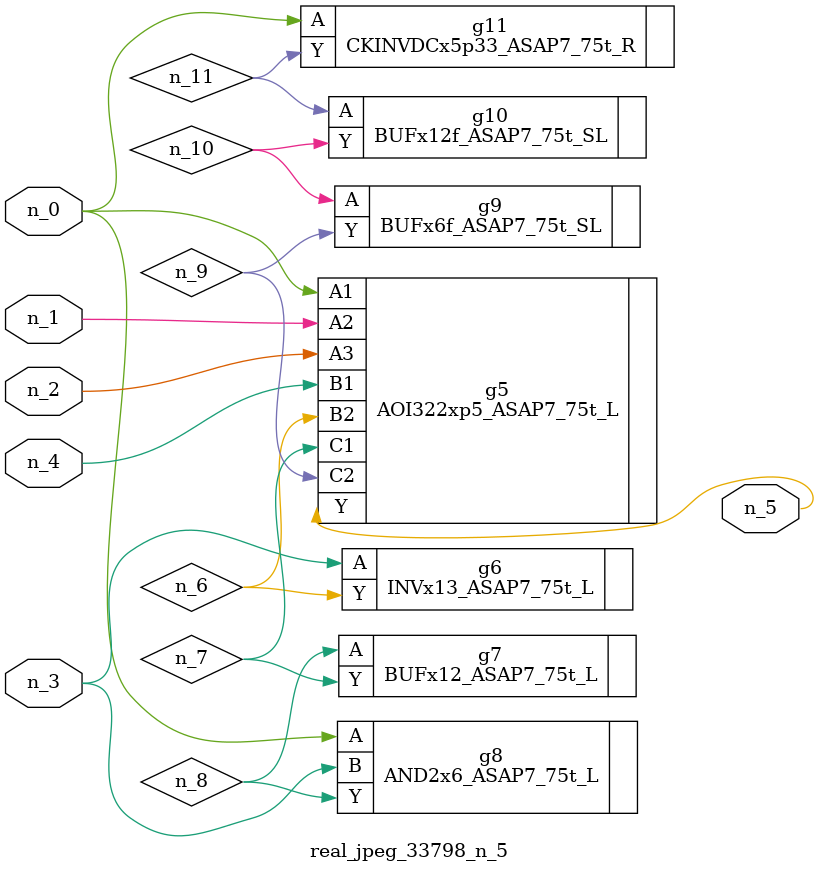
<source format=v>
module real_jpeg_33798_n_5 (n_4, n_0, n_1, n_2, n_3, n_5);

input n_4;
input n_0;
input n_1;
input n_2;
input n_3;

output n_5;

wire n_8;
wire n_11;
wire n_6;
wire n_7;
wire n_10;
wire n_9;

AOI322xp5_ASAP7_75t_L g5 ( 
.A1(n_0),
.A2(n_1),
.A3(n_2),
.B1(n_4),
.B2(n_6),
.C1(n_7),
.C2(n_9),
.Y(n_5)
);

AND2x6_ASAP7_75t_L g8 ( 
.A(n_0),
.B(n_3),
.Y(n_8)
);

CKINVDCx5p33_ASAP7_75t_R g11 ( 
.A(n_0),
.Y(n_11)
);

INVx13_ASAP7_75t_L g6 ( 
.A(n_3),
.Y(n_6)
);

BUFx12_ASAP7_75t_L g7 ( 
.A(n_8),
.Y(n_7)
);

BUFx6f_ASAP7_75t_SL g9 ( 
.A(n_10),
.Y(n_9)
);

BUFx12f_ASAP7_75t_SL g10 ( 
.A(n_11),
.Y(n_10)
);


endmodule
</source>
